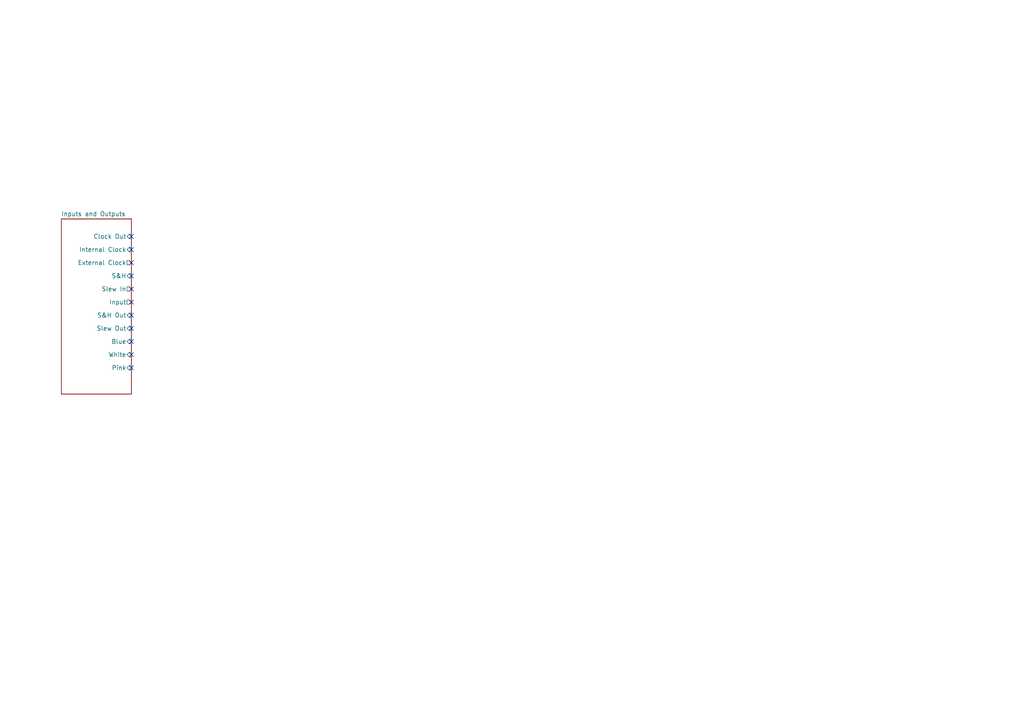
<source format=kicad_sch>
(kicad_sch
	(version 20231120)
	(generator "eeschema")
	(generator_version "8.0")
	(uuid "58f4306d-5387-4983-bb08-41a2313fd315")
	(paper "A4")
	(title_block
		(rev "1")
		(company "DMH Instruments")
		(comment 1 "PCB for 5 cm Kosmo format synthesizer module")
	)
	(lib_symbols)
	(no_connect
		(at 38.1 72.39)
		(uuid "2062165e-87f0-4c25-a710-0015b6458977")
	)
	(no_connect
		(at 38.1 106.68)
		(uuid "23195c07-c4af-45b0-93bf-fb0b2af80164")
	)
	(no_connect
		(at 38.1 76.2)
		(uuid "2bf024f4-b9d1-4be8-9116-4b613f113a37")
	)
	(no_connect
		(at 38.1 80.01)
		(uuid "341ee75c-cb08-4099-b9d3-8580f415b4eb")
	)
	(no_connect
		(at 38.1 95.25)
		(uuid "39e905ec-0a97-43d0-b95d-b828958f458d")
	)
	(no_connect
		(at 38.1 83.82)
		(uuid "41a77b05-77fa-4802-bb14-96196b8f4e86")
	)
	(no_connect
		(at 38.1 99.06)
		(uuid "6a4dea23-1dcf-4fda-aa5f-3cd2e92bcded")
	)
	(no_connect
		(at 38.1 87.63)
		(uuid "85c3ac6e-f4be-4a83-bd68-92928242dd75")
	)
	(no_connect
		(at 38.1 68.58)
		(uuid "b7b9ed84-65f1-46fe-af46-bc9e7f57bf21")
	)
	(no_connect
		(at 38.1 102.87)
		(uuid "d4400ee6-bfc8-4cbf-b42d-da39f2d3f633")
	)
	(no_connect
		(at 38.1 91.44)
		(uuid "f55ce3bd-e3f7-4eaa-a4c2-696ee535d21a")
	)
	(sheet
		(at 17.78 63.5)
		(size 20.32 50.8)
		(fields_autoplaced yes)
		(stroke
			(width 0.1524)
			(type solid)
		)
		(fill
			(color 0 0 0 0.0000)
		)
		(uuid "ce3fef8b-9f1d-4178-b50b-4a046c030679")
		(property "Sheetname" "Inputs and Outputs"
			(at 17.78 62.7884 0)
			(effects
				(font
					(size 1.27 1.27)
				)
				(justify left bottom)
			)
		)
		(property "Sheetfile" "Inputs_and_Outputs.kicad_sch"
			(at 17.78 114.8846 0)
			(effects
				(font
					(size 1.27 1.27)
				)
				(justify left top)
				(hide yes)
			)
		)
		(pin "S&H" input
			(at 38.1 80.01 0)
			(effects
				(font
					(size 1.27 1.27)
				)
				(justify right)
			)
			(uuid "ab0db76d-3ca5-4085-9a34-5f46ad23d5d4")
		)
		(pin "Internal Clock" input
			(at 38.1 72.39 0)
			(effects
				(font
					(size 1.27 1.27)
				)
				(justify right)
			)
			(uuid "0229f0c1-bf39-48fe-bde0-21b1c2c2d601")
		)
		(pin "External Clock" output
			(at 38.1 76.2 0)
			(effects
				(font
					(size 1.27 1.27)
				)
				(justify right)
			)
			(uuid "3bb33539-2ec0-4741-8f89-7a76b0230d44")
		)
		(pin "Clock Out" input
			(at 38.1 68.58 0)
			(effects
				(font
					(size 1.27 1.27)
				)
				(justify right)
			)
			(uuid "901e9fab-8cb3-475f-aa40-1d640994b138")
		)
		(pin "Slew In" output
			(at 38.1 83.82 0)
			(effects
				(font
					(size 1.27 1.27)
				)
				(justify right)
			)
			(uuid "dd0f8374-c9ee-4d24-8934-c90e64f4beea")
		)
		(pin "Input" output
			(at 38.1 87.63 0)
			(effects
				(font
					(size 1.27 1.27)
				)
				(justify right)
			)
			(uuid "915225bb-9c4a-4327-b20e-630228a64d28")
		)
		(pin "White" input
			(at 38.1 102.87 0)
			(effects
				(font
					(size 1.27 1.27)
				)
				(justify right)
			)
			(uuid "75a50827-86b8-419b-9b84-ef48b784d610")
		)
		(pin "Slew Out" input
			(at 38.1 95.25 0)
			(effects
				(font
					(size 1.27 1.27)
				)
				(justify right)
			)
			(uuid "34092999-04c5-4833-a2b6-216a8fe598db")
		)
		(pin "Pink" input
			(at 38.1 106.68 0)
			(effects
				(font
					(size 1.27 1.27)
				)
				(justify right)
			)
			(uuid "0df9766e-b8b8-405f-a61e-37da81582fab")
		)
		(pin "Blue" input
			(at 38.1 99.06 0)
			(effects
				(font
					(size 1.27 1.27)
				)
				(justify right)
			)
			(uuid "7d229aca-d3b5-4a07-baab-e150bf8458ca")
		)
		(pin "S&H Out" input
			(at 38.1 91.44 0)
			(effects
				(font
					(size 1.27 1.27)
				)
				(justify right)
			)
			(uuid "98cea8a8-b067-434a-a415-4507a0aad969")
		)
		(instances
			(project "DMH_S_H_Noise_PCB_Conn"
				(path "/58f4306d-5387-4983-bb08-41a2313fd315"
					(page "2")
				)
			)
		)
	)
	(sheet_instances
		(path "/"
			(page "1")
		)
	)
)

</source>
